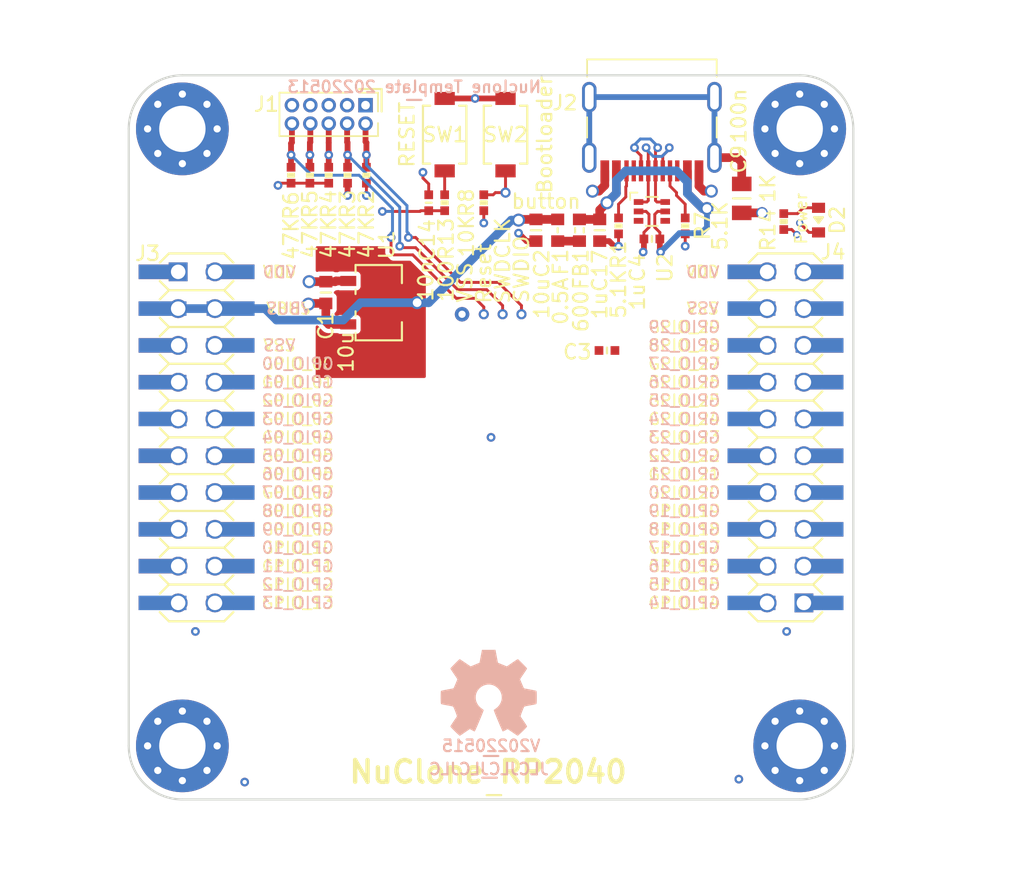
<source format=kicad_pcb>
(kicad_pcb (version 20211014) (generator pcbnew)
  (layers (0 "F.Cu" signal) (1 "In1.Cu" signal) (2 "In2.Cu" signal) (31 "B.Cu" signal) (34 "B.Paste" user) (35 "F.Paste" user) (36 "B.SilkS" user "B.Silkscreen") (37 "F.SilkS" user "F.Silkscreen") (38 "B.Mask" user) (39 "F.Mask" user) (44 "Edge.Cuts" user))
  (net 0 "")
  (net 1 "/VBUS")
  (net 2 "Net-(F1-Pad2)")
  (net 3 "/VDD")
  (net 4 "Net-(C9-Pad2)")
  (net 5 "/VSS")
  (net 7 "/GPIO_28")
  (net 8 "/GPIO_29")
  (net 9 "/TMS")
  (net 10 "/TCK")
  (net 11 "/TDO")
  (net 12 "/TDI")
  (net 13 "/RESET")
  (net 14 "Net-(R13-Pad2)")
  (net 15 "Net-(D2-Pad2)")
  (net 16 "Net-(J2-PadB5)")
  (net 19 "Net-(J2-PadA5)")
  (net 20 "/Bootloader")
  (net 21 "/GPIO_20")
  (net 22 "/GPIO_23")
  (net 23 "/GPIO_27")
  (net 24 "/GPIO_16")
  (net 25 "/GPIO_21")
  (net 26 "/GPIO_19")
  (net 27 "/GPIO_17")
  (net 28 "/GPIO_18")
  (net 29 "/GPIO_15")
  (net 30 "/GPIO_14")
  (net 31 "/GPIO_22")
  (net 32 "/GPIO_24")
  (net 33 "/GPIO_25")
  (net 34 "/GPIO_26")
  (net 35 "/GPIO_13")
  (net 36 "/GPIO_12")
  (net 37 "/GPIO_11")
  (net 38 "/GPIO_10")
  (net 39 "/GPIO_09")
  (net 40 "/GPIO_08")
  (net 41 "/GPIO_07")
  (net 42 "/GPIO_06")
  (net 43 "/GPIO_05")
  (net 44 "/GPIO_04")
  (net 45 "/GPIO_03")
  (net 46 "/GPIO_02")
  (net 47 "/GPIO_01")
  (net 48 "/GPIO_00")
  (net 49 "/VUSB")
  (net 50 "/DP")
  (net 51 "/DN")
  (footprint "MountingHole:MountingHole_3.2mm_M3_Pad_Via" (layer "F.Cu") (at 63.7 64.7)
    (fp_text reference "H1" hide)
    (fp_text value "MountingHole" hide)
  )
  (footprint "MountingHole:MountingHole_3.2mm_M3_Pad_Via" (layer "F.Cu") (at 106.3 64.7)
    (fp_text reference "H2" hide)
    (fp_text value "MountingHole" hide)
  )
  (footprint "MountingHole:MountingHole_3.2mm_M3_Pad_Via" (layer "F.Cu") (at 63.7 107.3)
    (fp_text reference "H4" hide)
    (fp_text value "MountingHole" hide)
  )
  (footprint "SquantorLabels:Label_Generic" (layer "F.Cu") (at 85.2 110.1)
    (fp_text reference "N4" hide)
    (fp_text value "NuClone RP2040")
  )
  (footprint "MountingHole:MountingHole_3.2mm_M3_Pad_Via" (layer "F.Cu") (at 106.3 107.3)
    (fp_text reference "H3" hide)
    (fp_text value "MountingHole" hide)
  )
  (footprint "SquantorConnectorsNamed:nuclone_small_right_stacked" (layer "F.Cu") (at 105.32 86 90)
    (fp_text reference "J4")
    (fp_text value "nuclone_small_right")
  )
  (footprint "SquantorConnectorsNamed:nuclone_small_left_stacked" (layer "F.Cu") (at 64.68 86 -90)
    (fp_text reference "J3")
    (fp_text value "nuclone_small_left")
  )
  (footprint "SquantorRcl:R_0402_hand" (layer "F.Cu") (at 105.2 71.1 -90)
    (fp_text reference "R14")
    (fp_text value "1K")
  )
  (footprint "SquantorSwitches:TD-85XU" (layer "F.Cu") (at 86 65.1 -90)
    (fp_text reference "SW2")
    (fp_text value "Bootloader")
  )
  (footprint "SquantorTestPoints:TestPoint_hole_H04R07" (layer "F.Cu") (at 86 69.1)
    (fp_text reference "TP4")
    (fp_text value "button")
  )
  (footprint "SquantorRcl:R_0402_hand" (layer "F.Cu") (at 75.1 67.9 -90)
    (fp_text reference "R3")
    (fp_text value "47K")
  )
  (footprint "SquantorRcl:C_0402" (layer "F.Cu") (at 93 80 180)
    (fp_text reference "C3")
    (fp_text value "1u")
  )
  (footprint "SquantorRcl:C_0805" (layer "F.Cu") (at 102.3 69.5 90)
    (fp_text reference "C9")
    (fp_text value "100n")
  )
  (footprint "SquantorRcl:R_0402_hand" (layer "F.Cu") (at 81.8 69.8 90)
    (fp_text reference "R13")
    (fp_text value "100")
  )
  (footprint "SquantorRcl:R_0402_hand" (layer "F.Cu") (at 84.5 69.8 -90)
    (fp_text reference "R8")
    (fp_text value "10K")
  )
  (footprint "SquantorRcl:R_0402_hand" (layer "F.Cu") (at 98.4 71.4 90)
    (fp_text reference "R7")
    (fp_text value "5.1K")
  )
  (footprint "SquantorRcl:R_0402_hand" (layer "F.Cu") (at 76.4 67.9 -90)
    (fp_text reference "R2")
    (fp_text value "47K")
  )
  (footprint "SquantorRcl:R_0402_hand" (layer "F.Cu") (at 73.8 67.9 -90)
    (fp_text reference "R4")
    (fp_text value "47K")
  )
  (footprint "SquantorRcl:R_0402_hand" (layer "F.Cu") (at 72.5 67.9 -90)
    (fp_text reference "R5")
    (fp_text value "47K")
  )
  (footprint "SquantorRcl:R_0402_hand" (layer "F.Cu") (at 93.8 71.4 90)
    (fp_text reference "R1")
    (fp_text value "5.1K")
  )
  (footprint "SquantorConnectors:Header-0127-2X05-H006" (layer "F.Cu") (at 73.8 63.7 180)
    (fp_text reference "J1")
    (fp_text value "JTAG_2X05")
  )
  (footprint "SquantorIC:SOT89-NXP" (layer "F.Cu") (at 76.9 76.7 -90)
    (fp_text reference "U1")
    (fp_text value "MCP1702-MB")
  )
  (footprint "SquantorRcl:C_0603" (layer "F.Cu") (at 92.5 71.7 90)
    (fp_text reference "C17")
    (fp_text value "1u")
  )
  (footprint "SquantorSwitches:TD-85XU" (layer "F.Cu") (at 81.8 65.1 -90)
    (fp_text reference "SW1")
    (fp_text value "RESET")
  )
  (footprint "SquantorDiodes:LED_0603_hand" (layer "F.Cu") (at 107.6 71 90)
    (fp_text reference "D2")
    (fp_text value "GREEN")
  )
  (footprint "SquantorRcl:F_0603_hand" (layer "F.Cu") (at 89.6 71.7 -90)
    (fp_text reference "F1")
    (fp_text value "0.5A")
  )
  (footprint "SquantorRcl:C_0603" (layer "F.Cu") (at 88.1 71.7 90)
    (fp_text reference "C2")
    (fp_text value "10u")
  )
  (footprint "SquantorRcl:C_0603" (layer "F.Cu") (at 73.6 76 90)
    (fp_text reference "C1")
    (fp_text value "10u")
  )
  (footprint "SquantorRcl:R_0402_hand" (layer "F.Cu") (at 71.2 67.9 -90)
    (fp_text reference "R6")
    (fp_text value "47K")
  )
  (footprint "SquantorRcl:C_0402" (layer "F.Cu") (at 80.7 69.8 -90)
    (fp_text reference "C14")
    (fp_text value "10n")
  )
  (footprint "SquantorRcl:L_0603" (layer "F.Cu") (at 91.1 71.7 90)
    (fp_text reference "FB1")
    (fp_text value "600")
  )
  (footprint "SquantorTestPoints:TestPoint_hole_H05R10" (layer "F.Cu") (at 83 77.5)
    (fp_text reference "TP3")
    (fp_text value "VSS")
  )
  (footprint "SquantorTestPoints:TestPoint_hole_H04R07" (layer "F.Cu") (at 84.5 77.5)
    (fp_text reference "TP5")
    (fp_text value "Reset")
  )
  (footprint "SquantorTestPoints:TestPoint_hole_H04R07" (layer "F.Cu") (at 87.1 77.5)
    (fp_text reference "TP1")
    (fp_text value "SWDIO")
  )
  (footprint "SquantorTestPoints:TestPoint_hole_H04R07" (layer "F.Cu") (at 85.8 77.5)
    (fp_text reference "TP2")
    (fp_text value "SWDCLK")
  )
  (footprint "SquantorUsb:USB-C-HRO-31-M-12" (layer "F.Cu") (at 96.1 67.6 180)
    (fp_text reference "J2")
    (fp_text value "TYPE-C-31-M-12")
  )
  (footprint "SquantorRcl:C_0402" (layer "F.Cu") (at 96.1 72.3 180)
    (fp_text reference "C4")
    (fp_text value "1u")
  )
  (footprint "SquantorIC:SOT363-ONsemi" (layer "F.Cu") (at 96.1 70.4)
    (fp_text reference "U2")
    (fp_text value "TPESD0504C6")
  )
  (footprint "Symbols:OSHW-Symbol_6.7x6mm_SilkScreen" (layer "B.Cu") (at 84.85 103.65 180)
    (fp_text reference "N1" hide)
    (fp_text value "OHWLOGO" hide)
  )
  (footprint "SquantorLabels:Label_Generic" (layer "B.Cu") (at 84.9 108.9 180)
    (fp_text reference "N3" hide)
    (fp_text value "JLCJLCJLCJLC")
  )
  (footprint "SquantorLabels:Label_Generic" (layer "B.Cu") (at 85 107.4 180)
    (fp_text reference "N2" hide)
    (fp_text value "V20220515")
  )
  (footprint "SquantorLabels:Label_Generic" (layer "B.Cu") (at 79.7 62.1 180)
    (fp_text reference "N5" hide)
    (fp_text value "Nuclone Template 20220513")
  )
  (gr_line (start 77.45 61.95) (end 75.9 61.95) (layer "F.SilkS") (width 0.15))
  (gr_line (start 77.45 61.95) (end 77.45 63.5) (layer "F.SilkS") (width 0.15))
  (gr_arc (start 110 107.3) (mid 108.916295 109.916295) (end 106.3 111) (layer "Edge.Cuts") (width 0.15))
  (gr_arc (start 63.7 111) (mid 61.083705 109.916295) (end 60 107.3) (layer "Edge.Cuts") (width 0.15))
  (gr_line (start 60 64.7) (end 60 107.3) (layer "Edge.Cuts") (width 0.15))
  (gr_line (start 106.3 61) (end 63.7 61) (layer "Edge.Cuts") (width 0.15))
  (gr_line (start 110 107.3) (end 110 64.7) (layer "Edge.Cuts") (width 0.15))
  (gr_arc (start 106.3 61) (mid 108.916295 62.083705) (end 110 64.7) (layer "Edge.Cuts") (width 0.15))
  (gr_arc (start 60 64.7) (mid 61.083705 62.083705) (end 63.7 61) (layer "Edge.Cuts") (width 0.15))
  (gr_line (start 63.7 111) (end 106.3 111) (layer "Edge.Cuts") (width 0.15))
  (gr_text "Power" (at 106.4 70.9 90) (layer "F.SilkS") (effects (font (size 0.8 0.8) (thickness 0.12))))
  (segment (start 86.95 70.95) (end 86.9 71) (width 0.6) (layer "F.Cu") (net 1))
  (segment (start 89.6 70.95) (end 88.1 70.95) (width 0.6) (layer "F.Cu") (net 1))
  (segment (start 88.1 70.95) (end 86.95 70.95) (width 0.6) (layer "F.Cu") (net 1))
  (segment (start 79.9 76.7) (end 77.5 76.7) (width 0.6) (layer "F.Cu") (net 1))
  (via (at 79.9 76.7) (size 0.9) (drill 0.6) (layers "F.Cu" "B.Cu") (net 1))
  (via (at 86.9 71) (size 0.9) (drill 0.6) (layers "F.Cu" "B.Cu") (net 1))
  (segment (start 70.2 77.9) (end 74.8 77.9) (width 0.6) (layer "B.Cu") (net 1))
  (segment (start 65.95 77.11) (end 69.41 77.11) (width 0.6) (layer "B.Cu") (net 1))
  (segment (start 74.8 77.9) (end 76 76.7) (width 0.6) (layer "B.Cu") (net 1))
  (segment (start 69.41 77.11) (end 70.2 77.9) (width 0.6) (layer "B.Cu") (net 1))
  (segment (start 63.41 77.11) (end 65.95 77.11) (width 0.6) (layer "B.Cu") (net 1))
  (segment (start 86.4 71) (end 86.9 71) (width 0.6) (layer "B.Cu") (net 1))
  (segment (start 76 76.7) (end 79.9 76.7) (width 0.6) (layer "B.Cu") (net 1))
  (segment (start 79.9 76.7) (end 80.7 76.7) (width 0.6) (layer "B.Cu") (net 1))
  (segment (start 80.7 76.7) (end 86.4 71) (width 0.6) (layer "B.Cu") (net 1))
  (segment (start 91.1 72.45) (end 89.6 72.45) (width 0.6) (layer "F.Cu") (net 2))
  (segment (start 73.6 78) (end 73.6 76.75) (width 0.6) (layer "F.Cu") (net 3))
  (segment (start 72.45 76.75) (end 72.4 76.8) (width 0.6) (layer "F.Cu") (net 3))
  (segment (start 75.15 78.2) (end 73.8 78.2) (width 0.6) (layer "F.Cu") (net 3))
  (segment (start 105.75 71.65) (end 105.2 71.65) (width 0.2) (layer "F.Cu") (net 3))
  (segment (start 71.2 68.45) (end 70.45 68.45) (width 0.2) (layer "F.Cu") (net 3))
  (segment (start 106.1 72) (end 105.75 71.65) (width 0.2) (layer "F.Cu") (net 3))
  (segment (start 73.6 76.75) (end 72.45 76.75) (width 0.6) (layer "F.Cu") (net 3))
  (segment (start 84.5 70.35) (end 84.5 71.2) (width 0.2) (layer "F.Cu") (net 3))
  (segment (start 73.8 68.45) (end 72.5 68.45) (width 0.2) (layer "F.Cu") (net 3))
  (segment (start 73.8 78.2) (end 73.6 78) (width 0.6) (layer "F.Cu") (net 3))
  (segment (start 72.5 68.45) (end 71.2 68.45) (width 0.2) (layer "F.Cu") (net 3))
  (segment (start 76.4 68.45) (end 76.4 69.3) (width 0.2) (layer "F.Cu") (net 3))
  (segment (start 70.45 68.45) (end 70.3 68.6) (width 0.2) (layer "F.Cu") (net 3))
  (via (at 84.5 71.2) (size 0.6) (drill 0.3) (layers "F.Cu" "B.Cu") (net 3))
  (via (at 106.1 72) (size 0.5) (drill 0.3) (layers "F.Cu" "B.Cu") (net 3))
  (via (at 72.4 76.8) (size 0.9) (drill 0.6) (layers "F.Cu" "B.Cu") (net 3))
  (via (at 70.3 68.6) (size 0.6) (drill 0.3) (layers "F.Cu" "B.Cu") (net 3))
  (via (at 76.4 69.3) (size 0.6) (drill 0.3) (layers "F.Cu" "B.Cu") (net 3))
  (segment (start 100.42 66.685) (end 101.985 66.685) (width 0.6) (layer "F.Cu") (net 4))
  (segment (start 102.3 67) (end 102.3 68.5) (width 0.6) (layer "F.Cu") (net 4))
  (segment (start 101.985 66.685) (end 102.3 67) (width 0.6) (layer "F.Cu") (net 4))
  (segment (start 100.42 62.505) (end 100.42 66.685) (width 0.4) (layer "B.Cu") (net 4))
  (segment (start 91.78 62.505) (end 100.42 62.505) (width 0.4) (layer "B.Cu") (net 4))
  (segment (start 91.78 66.685) (end 91.78 62.505) (width 0.4) (layer "B.Cu") (net 4))
  (segment (start 80.3 68.1) (end 80.3 67.7) (width 0.2) (layer "F.Cu") (net 5))
  (segment (start 74.3 75.2) (end 74.25 75.25) (width 0.6) (layer "F.Cu") (net 5))
  (segment (start 74.25 75.25) (end 73.6 75.25) (width 0.6) (layer "F.Cu") (net 5))
  (segment (start 75.15 75.2) (end 74.3 75.2) (width 0.6) (layer "F.Cu") (net 5))
  (segment (start 100.2 69) (end 99.7 69) (width 0.6) (layer "F.Cu") (net 5))
  (segment (start 99.7 69) (end 99.35 68.65) (width 0.6) (layer "F.Cu") (net 5))
  (segment (start 80.7 68.5) (end 80.3 68.1) (width 0.2) (layer "F.Cu") (net 5))
  (segment (start 80.7 69.25) (end 80.7 68.5) (width 0.2) (layer "F.Cu") (net 5))
  (segment (start 99.35 68.65) (end 99.35 67.6) (width 0.6) (layer "F.Cu") (net 5))
  (segment (start 92 69) (end 92.45 69) (width 0.6) (layer "F.Cu") (net 5))
  (segment (start 92.45 69) (end 92.85 68.6) (width 0.6) (layer "F.Cu") (net 5))
  (segment (start 92.85 68.6) (end 92.85 67.6) (width 0.6) (layer "F.Cu") (net 5))
  (segment (start 86 62.6) (end 83.9 62.6) (width 0.4) (layer "F.Cu") (net 5))
  (segment (start 81.8 62.6) (end 83.9 62.6) (width 0.4) (layer "F.Cu") (net 5))
  (segment (start 75.1 68.45) (end 75.1 69.3) (width 0.4) (layer "F.Cu") (net 5))
  (segment (start 102.3 70.5) (end 103.7 70.5) (width 0.6) (layer "F.Cu") (net 5))
  (segment (start 95.9 71.5) (end 95.55 71.85) (width 0.2) (layer "F.Cu") (net 5))
  (segment (start 72.45 75.25) (end 73.6 75.25) (width 0.6) (layer "F.Cu") (net 5))
  (segment (start 95.55 73.15) (end 95.5 73.2) (width 0.4) (layer "F.Cu") (net 5))
  (segment (start 95.55 71.85) (end 95.55 72.3) (width 0.2) (layer "F.Cu") (net 5))
  (segment (start 93.8 72.8) (end 93.5 72.8) (width 0.4) (layer "F.Cu") (net 5))
  (segment (start 95.7 70.4) (end 95.9 70.6) (width 0.2) (layer "F.Cu") (net 5))
  (segment (start 86.9 71.9) (end 87.45 72.45) (width 0.4) (layer "F.Cu") (net 5))
  (segment (start 98.4 71.95) (end 98.4 72.8) (width 0.2) (layer "F.Cu") (net 5))
  (segment (start 93.5 72.8) (end 93.15 72.45) (width 0.4) (layer "F.Cu") (net 5))
  (segment (start 106.95 71.85) (end 106.3 71.2) (width 0.2) (layer "F.Cu") (net 5))
  (segment (start 95.18 70.4) (end 95.7 70.4) (width 0.2) (layer "F.Cu") (net 5))
  (segment (start 93.8 71.95) (end 93.8 72.8) (width 0.2) (layer "F.Cu") (net 5))
  (segment (start 87.45 72.45) (end 88.1 72.45) (width 0.4) (layer "F.Cu") (net 5))
  (segment (start 95.9 70.6) (end 95.9 71.5) (width 0.2) (layer "F.Cu") (net 5))
  (segment (start 95.55 72.3) (end 95.55 73.15) (width 0.4) (layer "F.Cu") (net 5))
  (segment (start 107.6 71.85) (end 106.95 71.85) (width 0.2) (layer "F.Cu") (net 5))
  (segment (start 93.15 72.45) (end 92.5 72.45) (width 0.4) (layer "F.Cu") (net 5))
  (via (at 100.2 69) (size 0.9) (drill 0.6) (layers "F.Cu" "B.Cu") (net 5))
  (via (at 80.3 67.7) (size 0.6) (drill 0.3) (layers "F.Cu" "B.Cu") (net 5))
  (via (at 92 69) (size 0.9) (drill 0.6) (layers "F.Cu" "B.Cu") (net 5))
  (via (at 83.9 62.6) (size 0.6) (drill 0.3) (layers "F.Cu" "B.Cu") (net 5))
  (via (at 75.1 69.3) (size 0.6) (drill 0.3) (layers "F.Cu" "B.Cu") (net 5))
  (via (at 64.6 99.4) (size 0.6) (drill 0.3) (layers "F.Cu" "B.Cu") (net 5))
  (via (at 105.4 99.4) (size 0.6) (drill 0.3) (layers "F.Cu" "B.Cu") (net 5))
  (via (at 102.1 109.6) (size 0.6) (drill 0.3) (layers "F.Cu" "B.Cu") (net 5))
  (via (at 68 109.8) (size 0.6) (drill 0.3) (layers "F.Cu" "B.Cu") (net 5))
  (via (at 85 86) (size 0.6) (drill 0.3) (layers "F.Cu" "B.Cu") (net 5))
  (via (at 106.3 71.2) (size 0.5) (drill 0.3) (layers "F.Cu" "B.Cu") (net 5))
  (via (at 98.4 72.8) (size 0.6) (drill 0.3) (layers "F.Cu" "B.Cu") (net 5))
  (via (at 103.7 70.5) (size 0.8) (drill 0.6) (layers "F.Cu" "B.Cu") (net 5))
  (via (at 86.9 71.9) (size 0.6) (drill 0.3) (layers "F.Cu" "B.Cu") (net 5))
  (via (at 72.45 75.25) (size 0.9) (drill 0.6) (layers "F.Cu" "B.Cu") (net 5))
  (via (at 93.8 72.8) (size 0.6) (drill 0.3) (layers "F.Cu" "B.Cu") (net 5))
  (via (at 95.5 73.2) (size 0.6) (drill 0.3) (layers "F.Cu" "B.Cu") (net 5))
  (segment (start 76.4 65.65) (end 76.4 66.5) (width 0.4) (layer "F.Cu") (net 9))
  (segment (start 76.4 67.35) (end 76.4 66.5) (width 0.4) (layer "F.Cu") (net 9))
  (segment (start 76.34 65.59) (end 76.4 65.65) (width 0.4) (layer "F.Cu") (net 9))
  (segment (start 76.34 64.335) (end 76.34 65.59) (width 0.4) (layer "F.Cu") (net 9))
  (segment (start 79.3 72.2) (end 79.8 72.2) (width 0.2) (layer "F.Cu") (net 9))
  (segment (start 87.1 76.9) (end 87.1 77.5) (width 0.2) (layer "F.Cu") (net 9))
  (segment (start 82.9 75.3) (end 85.5 75.3) (width 0.2) (layer "F.Cu") (net 9))
  (segment (start 79.8 72.2) (end 82.9 75.3) (width 0.2) (layer "F.Cu") (net 9))
  (segment (start 85.5 75.3) (end 87.1 76.9) (width 0.2) (layer "F.Cu") (net 9))
  (via (at 79.3 72.2) (size 0.6) (drill 0.3) (layers "F.Cu" "B.Cu") (net 9))
  (via (at 76.4 66.5) (size 0.6) (drill 0.3) (layers "F.Cu" "B.Cu") (net 9))
  (segment (start 79.2 70) (end 76.4 67.2) (width 0.2) (layer "B.Cu") (net 9))
  (segment (start 79.3 72.2) (end 79.3 71.9) (width 0.2) (layer "B.Cu") (net 9))
  (segment (start 79.3 71.9) (end 79.2 71.8) (width 0.2) (layer "B.Cu") (net 9))
  (segment (start 76.4 66.9) (end 76.4 66.5) (width 0.2) (layer "B.Cu") (net 9))
  (segment (start 79.2 71.8) (end 79.2 70) (width 0.2) (layer "B.Cu") (net 9))
  (segment (start 76.4 67.2) (end 76.4 66.9) (width 0.2) (layer "B.Cu") (net 9))
  (segment (start 75.07 65.62) (end 75.1 65.65) (width 0.4) (layer "F.Cu") (net 10))
  (segment (start 75.07 64.335) (end 75.07 65.62) (width 0.4) (layer "F.Cu") (net 10))
  (segment (start 75.1 65.65) (end 75.1 66.5) (width 0.4) (layer "F.Cu") (net 10))
  (segment (start 75.1 67.35) (end 75.1 66.5) (width 0.4) (layer "F.Cu") (net 10))
  (segment (start 79.8 72.9) (end 82.7 75.8) (width 0.2) (layer "F.Cu") (net 10))
  (segment (start 78.7 72.8) (end 78.8 72.9) (width 0.2) (layer "F.Cu") (net 10))
  (segment (start 85.8 76.9) (end 85.8 77.5) (width 0.2) (layer "F.Cu") (net 10))
  (segment (start 82.7 75.8) (end 84.7 75.8) (width 0.2) (layer "F.Cu") (net 10))
  (segment (start 84.7 75.8) (end 85.8 76.9) (width 0.2) (layer "F.Cu") (net 10))
  (segment (start 78.8 72.9) (end 79.8 72.9) (width 0.2) (layer "F.Cu") (net 10))
  (via (at 78.7 72.8) (size 0.6) (drill 0.3) (layers "F.Cu" "B.Cu") (net 10))
  (via (at 75.1 66.5) (size 0.6) (drill 0.3) (layers "F.Cu" "B.Cu") (net 10))
  (segment (start 78.7 72.8) (end 78.7 70.1) (width 0.2) (layer "B.Cu") (net 10))
  (segment (start 78.7 70.1) (end 75.9 67.3) (width 0.2) (layer "B.Cu") (net 10))
  (segment (start 75.9 67.3) (end 75.1 66.5) (width 0.2) (layer "B.Cu") (net 10))
  (segment (start 73.8 64.335) (end 73.8 65.65) (width 0.4) (layer "F.Cu") (net 11))
  (segment (start 73.8 67.35) (end 73.8 66.5) (width 0.4) (layer "F.Cu") (net 11))
  (segment (start 73.8 65.65) (end 73.8 66.5) (width 0.4) (layer "F.Cu") (net 11))
  (via (at 73.8 66.5) (size 0.6) (drill 0.3) (layers "F.Cu" "B.Cu") (net 11))
  (segment (start 72.53 64.335) (end 72.53 65.62) (width 0.4) (layer "F.Cu") (net 12))
  (segment (start 72.53 65.62) (end 72.5 65.65) (width 0.4) (layer "F.Cu") (net 12))
  (segment (start 72.5 67.35) (end 72.5 66.5) (width 0.4) (layer "F.Cu") (net 12))
  (segment (start 72.5 65.65) (end 72.5 66.5) (width 0.4) (layer "F.Cu") (net 12))
  (via (at 72.5 66.5) (size 0.6) (drill 0.3) (layers "F.Cu" "B.Cu") (net 12))
  (segment (start 71.26 64.335) (end 71.26 65.64) (width 0.4) (layer "F.Cu") (net 13))
  (segment (start 71.26 65.64) (end 71.2 65.7) (width 0.4) (layer "F.Cu") (net 13))
  (segment (start 71.2 65.7) (end 71.2 66.5) (width 0.4) (layer "F.Cu") (net 13))
  (segment (start 81.8 70.35) (end 80.7 70.35) (width 0.2) (layer "F.Cu") (net 13))
  (segment (start 71.2 67.35) (end 71.2 66.5) (width 0.4) (layer "F.Cu") (net 13))
  (segment (start 80.1 70.4) (end 80.15 70.35) (width 0.2) (layer "F.Cu") (net 13))
  (segment (start 80.15 70.35) (end 80.7 70.35) (width 0.2) (layer "F.Cu") (net 13))
  (segment (start 77.5 70.4) (end 80.1 70.4) (width 0.2) (layer "F.Cu") (net 13))
  (segment (start 78.1 73.2) (end 78.3 73.4) (width 0.2) (layer "F.Cu") (net 13))
  (segment (start 84.5 77) (end 84.5 77.5) (width 0.2) (layer "F.Cu") (net 13))
  (segment (start 78.3 73.4) (end 79.6 73.4) (width 0.2) (layer "F.Cu") (net 13))
  (segment (start 78.1 72.2) (end 78.1 73.2) (width 0.2) (layer "F.Cu") (net 13))
  (segment (start 82.6 76.4) (end 83.9 76.4) (width 0.2) (layer "F.Cu") (net 13))
  (segment (start 79.6 73.4) (end 82.6 76.4) (width 0.2) (layer "F.Cu") (net 13))
  (segment (start 83.9 76.4) (end 84.5 77) (width 0.2) (layer "F.Cu") (net 13))
  (via (at 71.2 66.5) (size 0.6) (drill 0.3) (layers "F.Cu" "B.Cu") (net 13))
  (via (at 77.5 70.4) (size 0.6) (drill 0.3) (layers "F.Cu" "B.Cu") (net 13))
  (via (at 78.1 72.2) (size 0.6) (drill 0.3) (layers "F.Cu" "B.Cu") (net 13))
  (segment (start 78.2 71.8) (end 78.2 70.4) (width 0.2) (layer "B.Cu") (net 13))
  (segment (start 78.2 70.4) (end 78.2 70.2) (width 0.2) (layer "B.Cu") (net 13))
  (segment (start 77.5 70.4) (end 78.2 70.4) (width 0.2) (layer "B.Cu") (net 13))
  (segment (start 78.2 70.2) (end 75.9 67.9) (width 0.2) (layer "B.Cu") (net 13))
  (segment (start 78.1 72.2) (end 78.1 71.9) (width 0.2) (layer "B.Cu") (net 13))
  (segment (start 78.1 71.9) (end 78.2 71.8) (width 0.2) (layer "B.Cu") (net 13))
  (segment (start 75.9 67.9) (end 72.6 67.9) (width 0.2) (layer "B.Cu") (net 13))
  (segment (start 72.6 67.9) (end 71.2 66.5) (width 0.2) (layer "B.Cu") (net 13))
  (segment (start 81.8 67.6) (end 81.8 69.25) (width 0.2) (layer "F.Cu") (net 14))
  (segment (start 106.55 70.15) (end 106.15 70.55) (width 0.2) (layer "F.Cu") (net 15))
  (segment (start 107.6 70.15) (end 106.55 70.15) (width 0.2) (layer "F.Cu") (net 15))
  (segment (start 106.15 70.55) (end 105.2 70.55) (width 0.2) (layer "F.Cu") (net 15))
  (segment (start 94.3 69.4) (end 93.8 69.9) (width 0.2) (layer "F.Cu") (net 16))
  (segment (start 93.8 69.9) (end 93.8 70.85) (width 0.2) (layer "F.Cu") (net 16))
  (segment (start 94.3 68.7) (end 94.3 69.4) (width 0.2) (layer "F.Cu") (net 16))
  (segment (start 94.35 68.65) (end 94.3 68.7) (width 0.2) (layer "F.Cu") (net 16))
  (segment (start 94.35 67.6) (end 94.35 68.65) (width 0.2) (layer "F.Cu") (net 16))
  (segment (start 98.4 69.9) (end 98.4 70.85) (width 0.2) (layer "F.Cu") (net 19))
  (segment (start 97.35 68.65) (end 97.8 69.1) (width 0.2) (layer "F.Cu") (net 19))
  (segment (start 97.8 69.1) (end 97.8 69.3) (width 0.2) (layer "F.Cu") (net 19))
  (segment (start 97.35 67.6) (end 97.35 68.65) (width 0.2) (layer "F.Cu") (net 19))
  (segment (start 97.8 69.3) (end 98.4 69.9) (width 0.2) (layer "F.Cu") (net 19))
  (segment (start 85.15 69.25) (end 85.3 69.1) (width 0.2) (layer "F.Cu") (net 20))
  (segment (start 85.3 69.1) (end 86 69.1) (width 0.2) (layer "F.Cu") (net 20))
  (segment (start 84.5 69.25) (end 85.15 69.25) (width 0.2) (layer "F.Cu") (net 20))
  (segment (start 86 67.6) (end 86 69.1) (width 0.2) (layer "F.Cu") (net 20))
  (segment (start 92.5 70.95) (end 91.1 70.95) (width 0.6) (layer "F.Cu") (net 49))
  (segment (start 93 69.8) (end 92.5 70.3) (width 0.6) (layer "F.Cu") (net 49))
  (segment (start 93 69.8) (end 93.65 69.15) (width 0.6) (layer "F.Cu") (net 49))
  (segment (start 92.5 70.3) (end 92.5 70.95) (width 0.6) (layer "F.Cu") (net 49))
  (segment (start 96.3 71.5) (end 96.65 71.85) (width 0.2) (layer "F.Cu") (net 49))
  (segment (start 96.65 73.15) (end 96.7 73.2) (width 0.4) (layer "F.Cu") (net 49))
  (segment (start 96.65 71.85) (end 96.65 72.3) (width 0.2) (layer "F.Cu") (net 49))
  (segment (start 93.65 69.15) (end 93.65 67.6) (width 0.6) (layer "F.Cu") (net 49))
  (segment (start 98.55 69.15) (end 98.55 67.6) (width 0.6) (layer "F.Cu") (net 49))
  (segment (start 96.5 70.4) (end 96.3 70.6) (width 0.2) (layer "F.Cu") (net 49))
  (segment (start 97.02 70.4) (end 96.5 70.4) (width 0.2) (layer "F.Cu") (net 49))
  (segment (start 99.6 70.2) (end 98.55 69.15) (width 0.6) (layer "F.Cu") (net 49))
  (segment (start 96.3 70.6) (end 96.3 71.5) (width 0.2) (layer "F.Cu") (net 49))
  (segment (start 99.9 70.2) (end 99.6 70.2) (width 0.6) (layer "F.Cu") (net 49))
  (segment (start 96.65 72.3) (end 96.65 73.15) (width 0.4) (layer "F.Cu") (net 49))
  (via (at 96.7 73.2) (size 0.6) (drill 0.3) (layers "F.Cu" "B.Cu") (net 49))
  (via (at 99.9 70.2) (size 0.9) (drill 0.6) (layers "F.Cu" "B.Cu") (net 49))
  (via (at 93 69.8) (size 0.9) (drill 0.6) (layers "F.Cu" "B.Cu") (net 49))
  (segment (start 94.3 67.6) (end 93.65 68.25) (width 0.6) (layer "B.Cu") (net 49))
  (segment (start 98.55 69.15) (end 98.55 68.35) (width 0.6) (layer "B.Cu") (net 49))
  (segment (start 99.9 71.5) (end 99.9 70.2) (width 0.4) (layer "B.Cu") (net 49))
  (segment (start 99.6 70.2) (end 98.55 69.15) (width 0.6) (layer "B.Cu") (net 49))
  (segment (start 93.65 69.15) (end 93 69.8) (width 0.6) (layer "B.Cu") (net 49))
  (segment (start 97.8 67.6) (end 94.3 67.6) (width 0.6) (layer "B.Cu") (net 49))
  (segment (start 96.7 73.2) (end 98 71.9) (width 0.4) (layer "B.Cu") (net 49))
  (segment (start 93.65 68.25) (end 93.65 69.15) (width 0.6) (layer "B.Cu") (net 49))
  (segment (start 98.55 68.35) (end 97.8 67.6) (width 0.6) (layer "B.Cu") (net 49))
  (segment (start 98 71.9) (end 99.5 71.9) (width 0.4) (layer "B.Cu") (net 49))
  (segment (start 99.9 70.2) (end 99.6 70.2) (width 0.6) (layer "B.Cu") (net 49))
  (segment (start 99.5 71.9) (end 99.9 71.5) (width 0.4) (layer "B.Cu") (net 49))
  (segment (start 95.35 67.6) (end 95.35 66.55) (width 0.2) (layer "F.Cu") (net 50))
  (segment (start 95.35 66.55) (end 94.9 66.1) (width 0.2) (layer "F.Cu") (net 50))
  (segment (start 94.9 66.1) (end 94.9 66) (width 0.2) (layer "F.Cu") (net 50))
  (segment (start 96.35 67.6) (end 96.35 66.15) (width 0.2) (layer "F.Cu") (net 50))
  (segment (start 96.35 66.15) (end 96.5 66) (width 0.2) (layer "F.Cu") (net 50))
  (segment (start 95.35 67.8) (end 95.35 68.05) (width 0.2) (layer "F.Cu") (net 50))
  (segment (start 95.35 67.6) (end 95.35 68.05) (width 0.2) (layer "F.Cu") (net 50))
  (segment (start 96.35 69.65) (end 96.35 67.6) (width 0.2) (layer "F.Cu") (net 50))
  (segment (start 96.45 69.75) (end 96.35 69.65) (width 0.2) (layer "F.Cu") (net 50))
  (segment (start 97.02 69.75) (end 96.45 69.75) (width 0.2) (layer "F.Cu") (net 50))
  (via (at 96.5 66) (size 0.6) (drill 0.3) (layers "F.Cu" "B.Cu") (net 50))
  (via (at 94.9 66) (size 0.6) (drill 0.3) (layers "F.Cu" "B.Cu") (net 50))
  (segment (start 94.9 66) (end 94.9 65.8) (width 0.2) (layer "B.Cu") (net 50))
  (segment (start 94.9 65.8) (end 95.3 65.4) (width 0.2) (layer "B.Cu") (net 50))
  (segment (start 96 65.4) (end 96.5 65.9) (width 0.2) (layer "B.Cu") (net 50))
  (segment (start 95.3 65.4) (end 96 65.4) (width 0.2) (layer "B.Cu") (net 50))
  (segment (start 96.5 65.9) (end 96.5 66) (width 0.2) (layer "B.Cu") (net 50))
  (segment (start 95.7 66.1) (end 95.7 66) (width 0.2) (layer "F.Cu") (net 51))
  (segment (start 95.85 66.25) (end 95.7 66.1) (width 0.2) (layer "F.Cu") (net 51))
  (segment (start 95.85 66.3) (end 95.85 66.25) (width 0.2) (layer "F.Cu") (net 51))
  (segment (start 96.85 66.55) (end 97.3 66.1) (width 0.2) (layer "F.Cu") (net 51))
  (segment (start 97.3 66.1) (end 97.3 66) (width 0.2) (layer "F.Cu") (net 51))
  (segment (start 96.85 67.6) (end 96.85 66.55) (width 0.2) (layer "F.Cu") (net 51))
  (segment (start 95.85 67.75) (end 95.85 66.3) (width 0.2) (layer "F.Cu") (net 51))
  (segment (start 95.75 69.75) (end 95.85 69.65) (width 0.2) (layer "F.Cu") (net 51))
  (segment (start 95.18 69.75) (end 95.75 69.75) (width 0.2) (layer "F.Cu") (net 51))
  (segment (start 95.85 69.65) (end 95.85 67.6) (width 0.2) (layer "F.Cu") (net 51))
  (via (at 95.7 66) (size 0.6) (drill 0.3) (layers "F.Cu" "B.Cu") (net 51))
  (via (at 97.3 66) (size 0.6) (drill 0.3) (layers "F.Cu" "B.Cu") (net 51))
  (segment (start 97.3 66) (end 97.3 66.1) (width 0.2) (layer "B.Cu") (net 51))
  (segment (start 96.2 66.6) (end 95.7 66.1) (width 0.2) (layer "B.Cu") (net 51))
  (segment (start 97.3 66.1) (end 96.8 66.6) (width 0.2) (layer "B.Cu") (net 51))
  (segment (start 96.8 66.6) (end 96.2 66.6) (width 0.2) (layer "B.Cu") (net 51))
  (segment (start 95.7 66.1) (end 95.7 66) (width 0.2) (layer "B.Cu") (net 51))
  (zone (net 1) (net_name "/VBUS") (layer "F.Cu") (connect_pads (clearance 0.3)) (min_thickness 0.2) (fill yes (thermal_gap 0.2) (thermal_bridge_width 0.4))
    (polygon (pts (xy 80.5 81.9) (xy 72.9 81.9) (xy 72.9 72.8) (xy 80.5 72.8)))
  )
  (zone (net 0) (net_name "") (layer "F.Cu") (connect_pads (clearance 0)) (min_thickness 0.254)
    (keepout (tracks allowed) (vias allowed) (pads allowed) (copperpour not_allowed) (footprints allowed))
    (fill (thermal_gap 0.508) (thermal_bridge_width 0.508))
    (polygon (pts (xy 101.3 68.7) (xy 90.9 68.7) (xy 90.9 59.9) (xy 101.3 59.9)))
  )
)
</source>
